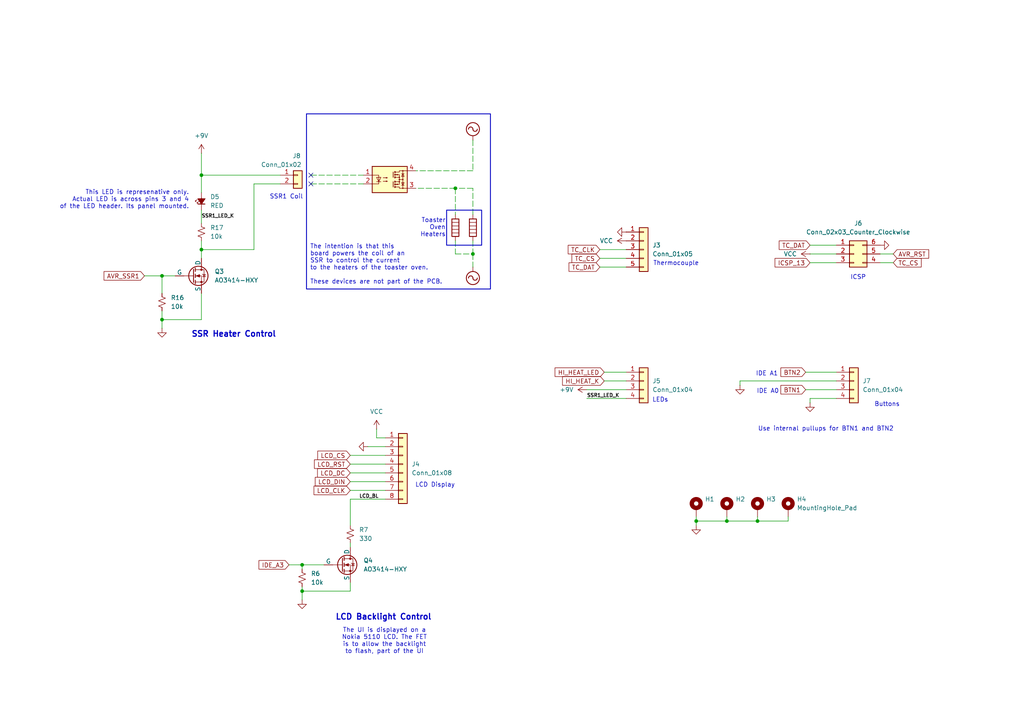
<source format=kicad_sch>
(kicad_sch (version 20250114) (generator "eeschema") (generator_version "9.0")
  (paper "A4")
  (lib_symbols
    (symbol "Connector_Generic:Conn_01x02" (pin_names (offset 1.016) (hide yes))
      (property "Reference" "J" (at 0 2.54 0))
      (property "Value" "Conn_01x02" (at 0 -5.08 0))
      (symbol "Conn_01x02_1_1"
        (rectangle (start -1.27 1.27) (end 1.27 -3.81) (stroke (width 0.254)) (fill (type background)))
        (rectangle (start -1.27 0.127) (end 0 -0.127) (stroke (width 0.1524)))
        (rectangle (start -1.27 -2.413) (end 0 -2.667) (stroke (width 0.1524)))
        (pin passive line (at -5.08 0 0) (length 3.81) (name "Pin_1") (number "1"))
        (pin passive line (at -5.08 -2.54 0) (length 3.81) (name "Pin_2") (number "2"))
      )
    )
    (symbol "Connector_Generic:Conn_01x04" (pin_names (offset 1.016) (hide yes))
      (property "Reference" "J" (at 0 5.08 0))
      (property "Value" "Conn_01x04" (at 0 -7.62 0))
      (symbol "Conn_01x04_1_1"
        (rectangle (start -1.27 3.81) (end 1.27 -6.35) (stroke (width 0.254)) (fill (type background)))
        (rectangle (start -1.27 2.667) (end 0 2.413) (stroke (width 0.1524)))
        (rectangle (start -1.27 0.127) (end 0 -0.127) (stroke (width 0.1524)))
        (rectangle (start -1.27 -2.413) (end 0 -2.667) (stroke (width 0.1524)))
        (rectangle (start -1.27 -4.953) (end 0 -5.207) (stroke (width 0.1524)))
        (pin passive line (at -5.08 2.54 0) (length 3.81) (name "Pin_1") (number "1"))
        (pin passive line (at -5.08 0 0) (length 3.81) (name "Pin_2") (number "2"))
        (pin passive line (at -5.08 -2.54 0) (length 3.81) (name "Pin_3") (number "3"))
        (pin passive line (at -5.08 -5.08 0) (length 3.81) (name "Pin_4") (number "4"))
      )
    )
    (symbol "Connector_Generic:Conn_01x05" (pin_names (offset 1.016) (hide yes))
      (property "Reference" "J" (at 0 7.62 0))
      (property "Value" "Conn_01x05" (at 0 -7.62 0))
      (symbol "Conn_01x05_1_1"
        (rectangle (start -1.27 6.35) (end 1.27 -6.35) (stroke (width 0.254)) (fill (type background)))
        (rectangle (start -1.27 5.207) (end 0 4.953) (stroke (width 0.1524)))
        (rectangle (start -1.27 2.667) (end 0 2.413) (stroke (width 0.1524)))
        (rectangle (start -1.27 0.127) (end 0 -0.127) (stroke (width 0.1524)))
        (rectangle (start -1.27 -2.413) (end 0 -2.667) (stroke (width 0.1524)))
        (rectangle (start -1.27 -4.953) (end 0 -5.207) (stroke (width 0.1524)))
        (pin passive line (at -5.08 5.08 0) (length 3.81) (name "Pin_1") (number "1"))
        (pin passive line (at -5.08 2.54 0) (length 3.81) (name "Pin_2") (number "2"))
        (pin passive line (at -5.08 0 0) (length 3.81) (name "Pin_3") (number "3"))
        (pin passive line (at -5.08 -2.54 0) (length 3.81) (name "Pin_4") (number "4"))
        (pin passive line (at -5.08 -5.08 0) (length 3.81) (name "Pin_5") (number "5"))
      )
    )
    (symbol "Connector_Generic:Conn_01x08" (pin_names (offset 1.016) (hide yes))
      (property "Reference" "J" (at 0 10.16 0))
      (property "Value" "Conn_01x08" (at 0 -12.7 0))
      (symbol "Conn_01x08_1_1"
        (rectangle (start -1.27 8.89) (end 1.27 -11.43) (stroke (width 0.254)) (fill (type background)))
        (rectangle (start -1.27 7.747) (end 0 7.493) (stroke (width 0.1524)))
        (rectangle (start -1.27 5.207) (end 0 4.953) (stroke (width 0.1524)))
        (rectangle (start -1.27 2.667) (end 0 2.413) (stroke (width 0.1524)))
        (rectangle (start -1.27 0.127) (end 0 -0.127) (stroke (width 0.1524)))
        (rectangle (start -1.27 -2.413) (end 0 -2.667) (stroke (width 0.1524)))
        (rectangle (start -1.27 -4.953) (end 0 -5.207) (stroke (width 0.1524)))
        (rectangle (start -1.27 -7.493) (end 0 -7.747) (stroke (width 0.1524)))
        (rectangle (start -1.27 -10.033) (end 0 -10.287) (stroke (width 0.1524)))
        (pin passive line (at -5.08 7.62 0) (length 3.81) (name "Pin_1") (number "1"))
        (pin passive line (at -5.08 5.08 0) (length 3.81) (name "Pin_2") (number "2"))
        (pin passive line (at -5.08 2.54 0) (length 3.81) (name "Pin_3") (number "3"))
        (pin passive line (at -5.08 0 0) (length 3.81) (name "Pin_4") (number "4"))
        (pin passive line (at -5.08 -2.54 0) (length 3.81) (name "Pin_5") (number "5"))
        (pin passive line (at -5.08 -5.08 0) (length 3.81) (name "Pin_6") (number "6"))
        (pin passive line (at -5.08 -7.62 0) (length 3.81) (name "Pin_7") (number "7"))
        (pin passive line (at -5.08 -10.16 0) (length 3.81) (name "Pin_8") (number "8"))
      )
    )
    (symbol "Connector_Generic:Conn_02x03_Counter_Clockwise" (pin_names (offset 1.016) (hide yes))
      (property "Reference" "J" (at 1.27 5.08 0))
      (property "Value" "Conn_02x03_Counter_Clockwise" (at 1.27 -5.08 0))
      (symbol "Conn_02x03_Counter_Clockwise_1_1"
        (rectangle (start -1.27 3.81) (end 3.81 -3.81) (stroke (width 0.254)) (fill (type background)))
        (rectangle (start -1.27 2.667) (end 0 2.413) (stroke (width 0.1524)))
        (rectangle (start -1.27 0.127) (end 0 -0.127) (stroke (width 0.1524)))
        (rectangle (start -1.27 -2.413) (end 0 -2.667) (stroke (width 0.1524)))
        (rectangle (start 3.81 2.667) (end 2.54 2.413) (stroke (width 0.1524)))
        (rectangle (start 3.81 0.127) (end 2.54 -0.127) (stroke (width 0.1524)))
        (rectangle (start 3.81 -2.413) (end 2.54 -2.667) (stroke (width 0.1524)))
        (pin passive line (at -5.08 2.54 0) (length 3.81) (name "Pin_1") (number "1"))
        (pin passive line (at -5.08 0 0) (length 3.81) (name "Pin_2") (number "2"))
        (pin passive line (at -5.08 -2.54 0) (length 3.81) (name "Pin_3") (number "3"))
        (pin passive line (at 7.62 2.54 180) (length 3.81) (name "Pin_6") (number "6"))
        (pin passive line (at 7.62 0 180) (length 3.81) (name "Pin_5") (number "5"))
        (pin passive line (at 7.62 -2.54 180) (length 3.81) (name "Pin_4") (number "4"))
      )
    )
    (symbol "Device:Heater" (pin_numbers (hide yes)) (pin_names (offset 0))
      (property "Reference" "R" (at 2.032 0 90))
      (property "Value" "Heater" (at -2.032 0 90))
      (symbol "Heater_0_1"
        (polyline (pts (xy -1.016 1.524) (xy 1.016 1.524)))
        (rectangle (start -1.016 -2.54) (end 1.016 2.54) (stroke (width 0.254)))
        (polyline (pts (xy 1.016 0.508) (xy -1.016 0.508)))
        (polyline (pts (xy 1.016 -0.508) (xy -1.016 -0.508)))
        (polyline (pts (xy 1.016 -1.524) (xy -1.016 -1.524)))
      )
      (symbol "Heater_1_1"
        (pin passive line (at 0 3.81 270) (length 1.27) (name "~") (number "1"))
        (pin passive line (at 0 -3.81 90) (length 1.27) (name "~") (number "2"))
      )
    )
    (symbol "Device:LED_Small_Filled" (pin_numbers (hide yes)) (pin_names (offset 0.254) (hide yes))
      (property "Reference" "D" (at -1.27 3.175 0))
      (property "Value" "LED_Small_Filled" (at -4.445 -2.54 0))
      (symbol "LED_Small_Filled_0_1"
        (polyline (pts (xy -0.762 -1.016) (xy -0.762 1.016)) (stroke (width 0.254)))
        (polyline (pts (xy 0 0.762) (xy -0.508 1.27) (xy -0.254 1.27) (xy -0.508 1.27) (xy -0.508 1.016)))
        (polyline (pts (xy 0.508 1.27) (xy 0 1.778) (xy 0.254 1.778) (xy 0 1.778) (xy 0 1.524)))
        (polyline (pts (xy 0.762 -1.016) (xy -0.762 0) (xy 0.762 1.016) (xy 0.762 -1.016)) (stroke (width 0.254)) (fill (type outline)))
        (polyline (pts (xy 1.016 0) (xy -0.762 0)))
      )
      (symbol "LED_Small_Filled_1_1"
        (pin passive line (at -2.54 0 0) (length 1.778) (name "K") (number "1"))
        (pin passive line (at 2.54 0 180) (length 1.778) (name "A") (number "2"))
      )
    )
    (symbol "Device:R_Small_US" (pin_numbers (hide yes)) (pin_names (offset 0.254) (hide yes))
      (property "Reference" "R" (at 0.762 0.508 0))
      (property "Value" "R_Small_US" (at 0.762 -1.016 0))
      (symbol "R_Small_US_1_1"
        (polyline (pts (xy 0 1.524) (xy 1.016 1.143) (xy 0 0.762) (xy -1.016 0.381) (xy 0 0)))
        (polyline (pts (xy 0 0) (xy 1.016 -0.381) (xy 0 -0.762) (xy -1.016 -1.143) (xy 0 -1.524)))
        (pin passive line (at 0 2.54 270) (length 1.016) (name "~") (number "1"))
        (pin passive line (at 0 -2.54 90) (length 1.016) (name "~") (number "2"))
      )
    )
    (symbol "Mechanical:MountingHole_Pad" (pin_numbers (hide yes)) (pin_names (offset 1.016) (hide yes)) (exclude_from_sim yes) (in_bom no)
      (property "Reference" "H" (at 0 6.35 0))
      (property "Value" "MountingHole_Pad" (at 0 4.445 0))
      (symbol "MountingHole_Pad_0_1"
        (circle (center 0 1.27) (radius 1.27) (stroke (width 1.27)))
      )
      (symbol "MountingHole_Pad_1_1"
        (pin input line (at 0 -2.54 90) (length 2.54) (name "1") (number "1"))
      )
    )
    (symbol "Relay_SolidState:CPC1017N"
      (symbol "CPC1017N_0_1"
        (rectangle (start -5.08 3.81) (end 5.08 -3.81) (stroke (width 0.254)) (fill (type background)))
        (polyline (pts (xy -5.08 1.27) (xy -3.175 1.27) (xy -3.175 -1.27) (xy -5.08 -1.27)))
        (polyline (pts (xy -3.81 -0.635) (xy -2.54 -0.635)))
        (polyline (pts (xy -3.175 -0.635) (xy -3.81 0.635) (xy -2.54 0.635) (xy -3.175 -0.635)))
        (polyline (pts (xy -1.905 0.508) (xy -0.635 0.508) (xy -1.016 0.381) (xy -1.016 0.635) (xy -0.635 0.508)))
        (polyline (pts (xy -1.905 -0.508) (xy -0.635 -0.508) (xy -1.016 -0.635) (xy -1.016 -0.381) (xy -0.635 -0.508)))
        (polyline (pts (xy 1.016 2.159) (xy 1.016 0.635)) (stroke (width 0.2032)))
        (polyline (pts (xy 1.016 -0.635) (xy 1.016 -2.159)) (stroke (width 0.2032)))
        (polyline (pts (xy 1.524 2.286) (xy 1.524 2.032) (xy 1.524 2.032)) (stroke (width 0.3556)))
        (polyline (pts (xy 1.524 1.524) (xy 1.524 1.27) (xy 1.524 1.27)) (stroke (width 0.3556)))
        (polyline (pts (xy 1.524 0.762) (xy 1.524 0.508) (xy 1.524 0.508)) (stroke (width 0.3556)))
        (polyline (pts (xy 1.524 -0.508) (xy 1.524 -0.762)) (stroke (width 0.3556)))
        (polyline (pts (xy 1.524 -1.27) (xy 1.524 -1.524) (xy 1.524 -1.524)) (stroke (width 0.3556)))
        (polyline (pts (xy 1.524 -2.032) (xy 1.524 -2.286) (xy 1.524 -2.286)) (stroke (width 0.3556)))
        (polyline (pts (xy 1.651 2.159) (xy 2.794 2.159) (xy 2.794 2.54) (xy 5.08 2.54)))
        (polyline (pts (xy 1.651 1.397) (xy 2.794 1.397) (xy 2.794 0.635)))
        (polyline (pts (xy 1.651 -0.635) (xy 2.794 -0.635) (xy 2.794 0.635) (xy 1.651 0.635)))
        (polyline (pts (xy 1.651 -1.397) (xy 2.794 -1.397) (xy 2.794 -0.635)))
        (polyline (pts (xy 1.651 -2.159) (xy 2.794 -2.159) (xy 2.794 -2.54) (xy 5.08 -2.54)))
        (polyline (pts (xy 1.778 1.397) (xy 2.286 1.524) (xy 2.286 1.27) (xy 1.778 1.397)))
        (polyline (pts (xy 1.778 -1.397) (xy 2.286 -1.27) (xy 2.286 -1.524) (xy 1.778 -1.397)))
        (circle (center 2.794 0.635) (radius 0.127))
        (polyline (pts (xy 2.794 0) (xy 3.81 0)))
        (circle (center 2.794 0) (radius 0.127))
        (circle (center 2.794 -0.635) (radius 0.127))
        (polyline (pts (xy 3.429 1.651) (xy 4.191 1.651)))
        (polyline (pts (xy 3.429 -1.651) (xy 4.191 -1.651)))
        (circle (center 3.81 2.54) (radius 0.127))
        (polyline (pts (xy 3.81 1.651) (xy 3.429 0.889) (xy 4.191 0.889) (xy 3.81 1.651)))
        (circle (center 3.81 0) (radius 0.127))
        (polyline (pts (xy 3.81 -1.651) (xy 3.429 -0.889) (xy 4.191 -0.889) (xy 3.81 -1.651)))
        (polyline (pts (xy 3.81 -2.54) (xy 3.81 2.54)))
        (circle (center 3.81 -2.54) (radius 0.127))
      )
      (symbol "CPC1017N_1_1"
        (pin passive line (at -7.62 1.27 0) (length 2.54) (name "~") (number "1"))
        (pin passive line (at -7.62 -1.27 0) (length 2.54) (name "~") (number "2"))
        (pin passive line (at 7.62 2.54 180) (length 2.54) (name "~") (number "4"))
        (pin passive line (at 7.62 -2.54 180) (length 2.54) (name "~") (number "3"))
      )
    )
    (symbol "Simulation_SPICE:NMOS" (pin_numbers (hide yes)) (pin_names (offset 0))
      (property "Reference" "Q" (at 5.08 1.27 0))
      (property "Value" "NMOS" (at 5.08 -1.27 0))
      (symbol "NMOS_0_1"
        (polyline (pts (xy 0.254 1.905) (xy 0.254 -1.905)) (stroke (width 0.254)))
        (polyline (pts (xy 0.254 0) (xy -2.54 0)))
        (polyline (pts (xy 0.762 2.286) (xy 0.762 1.27)) (stroke (width 0.254)))
        (polyline (pts (xy 0.762 0.508) (xy 0.762 -0.508)) (stroke (width 0.254)))
        (polyline (pts (xy 0.762 -1.27) (xy 0.762 -2.286)) (stroke (width 0.254)))
        (polyline (pts (xy 0.762 -1.778) (xy 3.302 -1.778) (xy 3.302 1.778) (xy 0.762 1.778)))
        (polyline (pts (xy 1.016 0) (xy 2.032 0.381) (xy 2.032 -0.381) (xy 1.016 0)) (fill (type outline)))
        (circle (center 1.651 0) (radius 2.794) (stroke (width 0.254)))
        (polyline (pts (xy 2.54 2.54) (xy 2.54 1.778)))
        (circle (center 2.54 1.778) (radius 0.254) (fill (type outline)))
        (circle (center 2.54 -1.778) (radius 0.254) (fill (type outline)))
        (polyline (pts (xy 2.54 -2.54) (xy 2.54 0) (xy 0.762 0)))
        (polyline (pts (xy 2.794 0.508) (xy 2.921 0.381) (xy 3.683 0.381) (xy 3.81 0.254)))
        (polyline (pts (xy 3.302 0.381) (xy 2.921 -0.254) (xy 3.683 -0.254) (xy 3.302 0.381)))
      )
      (symbol "NMOS_1_1"
        (pin input line (at -5.08 0 0) (length 2.54) (name "G") (number "2"))
        (pin passive line (at 2.54 5.08 270) (length 2.54) (name "D") (number "1"))
        (pin passive line (at 2.54 -5.08 90) (length 2.54) (name "S") (number "3"))
      )
    )
    (symbol "power:+9V" (power) (pin_numbers (hide yes)) (pin_names (offset 0) (hide yes))
      (property "Value" "+9V" (at 0 3.556 0))
      (symbol "+9V_0_1"
        (polyline (pts (xy -0.762 1.27) (xy 0 2.54)))
        (polyline (pts (xy 0 2.54) (xy 0.762 1.27)))
        (polyline (pts (xy 0 0) (xy 0 2.54)))
      )
      (symbol "+9V_1_1"
        (pin power_in line (at 0 0 90) (length 0) (name "~") (number "1"))
      )
    )
    (symbol "power:AC" (power) (pin_numbers (hide yes)) (pin_names (offset 0) (hide yes))
      (property "Value" "AC" (at 0 6.35 0))
      (symbol "AC_0_1"
        (arc (start -1.27 3.175) (mid -0.635 3.8073) (end 0 3.175) (stroke (width 0.254)))
        (circle (center 0 3.175) (radius 1.905) (stroke (width 0.254)))
        (polyline (pts (xy 0 0) (xy 0 1.27)))
        (arc (start 1.27 3.175) (mid 0.635 2.5427) (end 0 3.175) (stroke (width 0.254)))
      )
      (symbol "AC_1_1"
        (pin power_in line (at 0 0 90) (length 0) (name "~") (number "1"))
      )
    )
    (symbol "power:GND" (power) (pin_numbers (hide yes)) (pin_names (offset 0) (hide yes))
      (property "Value" "GND" (at 0 -3.81 0))
      (symbol "GND_0_1"
        (polyline (pts (xy 0 0) (xy 0 -1.27) (xy 1.27 -1.27) (xy 0 -2.54) (xy -1.27 -1.27) (xy 0 -1.27)))
      )
      (symbol "GND_1_1"
        (pin power_in line (at 0 0 270) (length 0) (name "~") (number "1"))
      )
    )
    (symbol "power:VCC" (power) (pin_numbers (hide yes)) (pin_names (offset 0) (hide yes))
      (property "Value" "VCC" (at 0 3.556 0))
      (symbol "VCC_0_1"
        (polyline (pts (xy -0.762 1.27) (xy 0 2.54)))
        (polyline (pts (xy 0 2.54) (xy 0.762 1.27)))
        (polyline (pts (xy 0 0) (xy 0 2.54)))
      )
      (symbol "VCC_1_1"
        (pin power_in line (at 0 0 90) (length 0) (name "~") (number "1"))
      )
    )
  )
  (rectangle (start 88.9 33.02) (end 142.24 83.82) (stroke (width 0.254)))
  (rectangle (start 129.54 60.96) (end 139.7 71.12) (stroke (width 0.254)))
  (text "LEDs" (at 191.516 116.078 0) (effects (font (size 1.27 1.27))))
  (text "SSR1 Coil" (at 83.058 57.15 0) (effects (font (size 1.27 1.27))))
  (text "IDE A1" (at 219.202 108.458 0) (effects (font (size 1.27 1.27)) (justify left)))
  (text "SSR Heater Control" (at 67.818 97.028 0) (effects (font (size 1.651 1.651) (thickness 0.3302) (bold yes))))
  (text "Use internal pullups for BTN1 and BTN2" (at 239.522 124.46 0) (effects (font (size 1.27 1.27))))
  (text "LCD Display" (at 126.1975 140.7414 0) (effects (font (size 1.27 1.27))))
  (text "Buttons" (at 257.302 117.348 0) (effects (font (size 1.27 1.27))))
  (text "IDE A0" (at 219.456 113.538 0) (effects (font (size 1.27 1.27)) (justify left)))
  (text "This LED is represenative only.\nActual LED is across pins 3 and 4\nof the LED header. Its panel mounted." (at 54.864 57.912 0) (effects (font (size 1.27 1.27)) (justify right)))
  (text "LCD Backlight Control" (at 111.252 179.07 0) (effects (font (size 1.651 1.651) (thickness 0.3302) (bold yes))))
  (text "ICSP" (at 248.92 80.518 0) (effects (font (size 1.27 1.27))))
  (text "Toaster\nOven\nHeaters" (at 129.286 66.04 0) (effects (font (size 1.27 1.27)) (justify right)))
  (text "The UI is displayed on a\nNokia 5110 LCD. The FET\nis to allow the backlight\nto flash, part of the UI" (at 111.506 185.928 0) (effects (font (size 1.27 1.27))))
  (text "The intention is that this\nboard powers the coil of an\nSSR to control the current\nto the heaters of the toaster oven.\n\nThese devices are not part of the PCB." (at 89.916 76.708 0) (effects (font (size 1.27 1.27)) (justify left)))
  (text "Thermocouple" (at 196.088 76.454 0) (effects (font (size 1.27 1.27))))
  (junction (at 219.71 151.13))
  (junction (at 87.63 171.45))
  (junction (at 58.42 72.39))
  (junction (at 201.93 151.13))
  (junction (at 87.63 163.83))
  (junction (at 137.16 73.66))
  (junction (at 210.82 151.13))
  (junction (at 46.99 80.01))
  (junction (at 46.99 92.71))
  (junction (at 58.42 50.8))
  (junction (at 132.08 54.61))
  (no_connect (at 90.17 53.34))
  (no_connect (at 90.17 50.8))
  (wire (pts (xy 219.71 151.13) (xy 210.82 151.13)))
  (wire (pts (xy 101.6 144.78) (xy 101.6 152.4)))
  (wire (pts (xy 201.93 151.13) (xy 201.93 149.86)))
  (wire (pts (xy 101.6 132.08) (xy 111.76 132.08)))
  (wire (pts (xy 46.99 92.71) (xy 58.42 92.71)))
  (wire (pts (xy 242.57 110.49) (xy 214.63 110.49)))
  (wire (pts (xy 233.68 107.95) (xy 242.57 107.95)))
  (wire (pts (xy 87.63 163.83) (xy 93.98 163.83)))
  (wire (pts (xy 101.6 168.91) (xy 101.6 171.45)))
  (wire (pts (xy 214.63 110.49) (xy 214.63 111.76)))
  (wire (pts (xy 101.6 137.16) (xy 111.76 137.16)))
  (wire (pts (xy 58.42 44.45) (xy 58.42 50.8)))
  (wire (pts (xy 87.63 163.83) (xy 87.63 165.1)))
  (wire (pts (xy 101.6 171.45) (xy 87.63 171.45)))
  (wire (pts (xy 210.82 149.86) (xy 210.82 151.13)))
  (wire (pts (xy 46.99 80.01) (xy 46.99 85.09)))
  (wire (pts (xy 242.57 115.57) (xy 234.95 115.57)))
  (wire (pts (xy 87.63 171.45) (xy 87.63 173.99)))
  (wire (pts (xy 228.6 151.13) (xy 219.71 151.13)))
  (wire (pts (xy 101.6 139.7) (xy 111.76 139.7)))
  (wire (pts (xy 58.42 60.96) (xy 58.42 64.77)))
  (wire (pts (xy 132.08 54.61) (xy 132.08 62.23)) (stroke (width 0) (type dash)))
  (wire (pts (xy 170.18 115.57) (xy 181.61 115.57)))
  (wire (pts (xy 173.99 72.39) (xy 181.61 72.39)))
  (wire (pts (xy 90.17 53.34) (xy 105.41 53.34)) (stroke (width 0) (type dash)))
  (wire (pts (xy 106.68 129.54) (xy 111.76 129.54)))
  (wire (pts (xy 234.95 76.2) (xy 242.57 76.2)))
  (wire (pts (xy 87.63 170.18) (xy 87.63 171.45)))
  (wire (pts (xy 234.95 73.66) (xy 242.57 73.66)))
  (wire (pts (xy 58.42 69.85) (xy 58.42 72.39)))
  (wire (pts (xy 219.71 149.86) (xy 219.71 151.13)))
  (wire (pts (xy 175.26 110.49) (xy 181.61 110.49)))
  (wire (pts (xy 234.95 115.57) (xy 234.95 116.84)))
  (wire (pts (xy 137.16 69.85) (xy 137.16 73.66)) (stroke (width 0) (type dash)))
  (wire (pts (xy 210.82 151.13) (xy 201.93 151.13)))
  (wire (pts (xy 58.42 50.8) (xy 58.42 55.88)))
  (wire (pts (xy 201.93 151.13) (xy 201.93 152.4)))
  (wire (pts (xy 58.42 85.09) (xy 58.42 92.71)))
  (wire (pts (xy 137.16 62.23) (xy 137.16 54.61)) (stroke (width 0) (type dash)))
  (wire (pts (xy 46.99 90.17) (xy 46.99 92.71)))
  (wire (pts (xy 46.99 92.71) (xy 46.99 95.25)))
  (wire (pts (xy 58.42 72.39) (xy 58.42 74.93)))
  (wire (pts (xy 175.26 107.95) (xy 181.61 107.95)))
  (wire (pts (xy 173.99 77.47) (xy 181.61 77.47)))
  (wire (pts (xy 90.17 50.8) (xy 105.41 50.8)) (stroke (width 0) (type dash)))
  (wire (pts (xy 101.6 142.24) (xy 111.76 142.24)))
  (wire (pts (xy 255.27 76.2) (xy 259.08 76.2)))
  (wire (pts (xy 132.08 73.66) (xy 137.16 73.66)) (stroke (width 0) (type dash)))
  (wire (pts (xy 137.16 49.53) (xy 120.65 49.53)) (stroke (width 0) (type dash)))
  (wire (pts (xy 137.16 54.61) (xy 132.08 54.61)) (stroke (width 0) (type dash)))
  (wire (pts (xy 83.82 163.83) (xy 87.63 163.83)))
  (wire (pts (xy 234.95 71.12) (xy 242.57 71.12)))
  (wire (pts (xy 170.18 113.03) (xy 181.61 113.03)))
  (wire (pts (xy 228.6 149.86) (xy 228.6 151.13)))
  (wire (pts (xy 255.27 73.66) (xy 259.08 73.66)))
  (wire (pts (xy 101.6 157.48) (xy 101.6 158.75)))
  (wire (pts (xy 73.66 72.39) (xy 58.42 72.39)))
  (wire (pts (xy 81.28 53.34) (xy 73.66 53.34)))
  (wire (pts (xy 41.91 80.01) (xy 46.99 80.01)))
  (wire (pts (xy 137.16 73.66) (xy 137.16 77.47)) (stroke (width 0) (type dash)))
  (wire (pts (xy 137.16 40.64) (xy 137.16 49.53)) (stroke (width 0) (type dash)))
  (wire (pts (xy 101.6 134.62) (xy 111.76 134.62)))
  (wire (pts (xy 111.76 127) (xy 109.22 127)))
  (wire (pts (xy 233.68 113.03) (xy 242.57 113.03)))
  (wire (pts (xy 173.99 74.93) (xy 181.61 74.93)))
  (wire (pts (xy 132.08 69.85) (xy 132.08 73.66)) (stroke (width 0) (type dash)))
  (wire (pts (xy 73.66 53.34) (xy 73.66 72.39)))
  (wire (pts (xy 109.22 127) (xy 109.22 124.46)))
  (wire (pts (xy 101.6 144.78) (xy 111.76 144.78)))
  (wire (pts (xy 132.08 54.61) (xy 120.65 54.61)) (stroke (width 0) (type dash)))
  (wire (pts (xy 81.28 50.8) (xy 58.42 50.8)))
  (wire (pts (xy 50.8 80.01) (xy 46.99 80.01)))
  (label "LCD_BL" (at 104.14 144.78 0) (effects (font (size 1.016 1.016) (thickness 0.2032) (bold yes))))
  (label "SSR1_LED_K" (at 170.18 115.57 0) (effects (font (size 1.016 1.016) (thickness 0.2032) (bold yes))))
  (label "SSR1_LED_K" (at 58.42 63.5 0) (effects (font (size 1.016 1.016) (thickness 0.2032) (bold yes))))
  (global_label "ICSP_13" (shape input) (at 234.95 76.2 180) (property "Intersheetrefs" "${INTERSHEET_REFS}" (effects (hide yes))))
  (global_label "TC_DAT" (shape input) (at 234.95 71.12 180) (property "Intersheetrefs" "${INTERSHEET_REFS}" (effects (hide yes))))
  (global_label "BTN2" (shape input) (at 233.68 107.95 180) (property "Intersheetrefs" "${INTERSHEET_REFS}" (effects (hide yes))))
  (global_label "LCD_DIN" (shape input) (at 101.6 139.7 180) (property "Intersheetrefs" "${INTERSHEET_REFS}" (effects (hide yes))))
  (global_label "LCD_CLK" (shape input) (at 101.6 142.24 180) (property "Intersheetrefs" "${INTERSHEET_REFS}" (effects (hide yes))))
  (global_label "HI_HEAT_LED" (shape input) (at 175.26 107.95 180) (property "Intersheetrefs" "${INTERSHEET_REFS}" (effects (hide yes))))
  (global_label "BTN1" (shape input) (at 233.68 113.03 180) (property "Intersheetrefs" "${INTERSHEET_REFS}" (effects (hide yes))))
  (global_label "HI_HEAT_K" (shape input) (at 175.26 110.49 180) (property "Intersheetrefs" "${INTERSHEET_REFS}" (effects (hide yes))))
  (global_label "IDE_A3" (shape input) (at 83.82 163.83 180) (property "Intersheetrefs" "${INTERSHEET_REFS}" (effects (hide yes))))
  (global_label "TC_CS" (shape input) (at 259.08 76.2 0) (property "Intersheetrefs" "${INTERSHEET_REFS}" (effects (hide yes))))
  (global_label "LCD_CS" (shape input) (at 101.6 132.08 180) (property "Intersheetrefs" "${INTERSHEET_REFS}" (effects (hide yes))))
  (global_label "LCD_DC" (shape input) (at 101.6 137.16 180) (property "Intersheetrefs" "${INTERSHEET_REFS}" (effects (hide yes))))
  (global_label "TC_CLK" (shape input) (at 173.99 72.39 180) (property "Intersheetrefs" "${INTERSHEET_REFS}" (effects (hide yes))))
  (global_label "AVR_SSR1" (shape input) (at 41.91 80.01 180) (property "Intersheetrefs" "${INTERSHEET_REFS}" (effects (hide yes))))
  (global_label "TC_CS" (shape input) (at 173.99 74.93 180) (property "Intersheetrefs" "${INTERSHEET_REFS}" (effects (hide yes))))
  (global_label "LCD_RST" (shape input) (at 101.6 134.62 180) (property "Intersheetrefs" "${INTERSHEET_REFS}" (effects (hide yes))))
  (global_label "AVR_RST" (shape input) (at 259.08 73.66 0) (property "Intersheetrefs" "${INTERSHEET_REFS}" (effects (hide yes))))
  (global_label "TC_DAT" (shape input) (at 173.99 77.47 180) (property "Intersheetrefs" "${INTERSHEET_REFS}" (effects (hide yes))))
  (symbol (lib_id "Simulation_SPICE:NMOS") (at 99.06 163.83 0) (unit 1)
    (property "Reference" "Q4" (at 105.41 162.5599 0) (effects (justify left)))
    (property "Value" "AO3414-HXY" (at 105.41 165.0999 0) (effects (justify left)))
    (property "Footprint" "Package_TO_SOT_SMD:SOT-23" (effects (hide yes)))
    (property "Datasheet" "https://ngspice.sourceforge.io/docs/ngspice-html-manual/manual.xhtml#cha_MOSFETs" (effects (hide yes)))
    (property "Description" "N-MOSFET transistor, drain/source/gate" (effects (hide yes)))
    (property "Sim.Device" "NMOS" (effects (hide yes)))
    (property "Sim.Type" "VDMOS" (effects (hide yes)))
    (property "Sim.Pins" "1=D 2=G 3=S" (effects (hide yes)))
  )
  (symbol (lib_id "power:GND") (at 46.99 95.25 0) (unit 1)
    (property "Reference" "#PWR031" (effects (hide yes)))
    (property "Value" "GND" (effects (hide yes)))
    (property "Description" "Power symbol creates a global label with name \"GND\" , ground" (effects (hide yes)))
  )
  (symbol (lib_id "Connector_Generic:Conn_01x05") (at 186.69 72.39 0) (unit 1)
    (property "Reference" "J3" (at 189.23 71.1199 0) (effects (justify left)))
    (property "Value" "Conn_01x05" (at 189.23 73.6599 0) (effects (justify left)))
    (property "Footprint" "Connector_JST:JST_XH_B5B-XH-A_1x05_P2.50mm_Vertical" (effects (hide yes)))
    (property "Description" "Generic connector, single row, 01x05, script generated (kicad-library-utils/schlib/autogen/connector/)" (effects (hide yes)))
  )
  (symbol (lib_id "power:GND") (at 234.95 116.84 0) (unit 1)
    (property "Reference" "#PWR034" (effects (hide yes)))
    (property "Value" "GND" (effects (hide yes)))
    (property "Description" "Power symbol creates a global label with name \"GND\" , ground" (effects (hide yes)))
  )
  (symbol (lib_id "Device:Heater") (at 137.16 66.04 0) (unit 1) (in_bom no) (on_board no)
    (property "Reference" "R1000" (effects (hide yes)))
    (property "Value" "Toaster Oven" (effects (hide yes)))
    (property "Description" "Resistive heater" (effects (hide yes)))
  )
  (symbol (lib_id "Connector_Generic:Conn_01x04") (at 186.69 110.49 0) (unit 1)
    (property "Reference" "J5" (at 189.23 110.4899 0) (effects (justify left)))
    (property "Value" "Conn_01x04" (at 189.23 113.0299 0) (effects (justify left)))
    (property "Footprint" "Connector_JST:JST_PH_B4B-PH-K_1x04_P2.00mm_Vertical" (effects (hide yes)))
    (property "Description" "Generic connector, single row, 01x04, script generated (kicad-library-utils/schlib/autogen/connector/)" (effects (hide yes)))
  )
  (symbol (lib_id "Device:Heater") (at 132.08 66.04 0) (mirror y) (unit 1) (in_bom no) (on_board no)
    (property "Reference" "R1001" (effects (hide yes)))
    (property "Value" "Toaster Oven" (effects (hide yes)))
    (property "Description" "Resistive heater" (effects (hide yes)))
  )
  (symbol (lib_id "Relay_SolidState:CPC1017N") (at 113.03 52.07 0) (unit 1) (in_bom no) (on_board no)
    (property "Reference" "U1000" (effects (hide yes)))
    (property "Value" "CPC1017N" (effects (hide yes)))
    (property "Footprint" "Package_SO:SOP-4_3.8x4.1mm_P2.54mm" (effects (hide yes)))
    (property "Datasheet" "http://www.ixysic.com/home/pdfs.nsf/www/CPC1017N.pdf/$file/CPC1017N.pdf" (effects (hide yes)))
    (property "Description" "Form A, Solid State Relay (Photo MOSFET) 60V, 0.1A, 16Ohm, SO-4" (effects (hide yes)))
  )
  (symbol (lib_id "Device:R_Small_US") (at 58.42 67.31 0) (unit 1)
    (property "Reference" "R17" (at 60.96 66.0399 0) (effects (justify left)))
    (property "Value" "10k" (at 60.96 68.5799 0) (effects (justify left)))
    (property "Footprint" "Resistor_SMD:R_0402_1005Metric" (effects (hide yes)))
    (property "Description" "Resistor, small US symbol" (effects (hide yes)))
  )
  (symbol (lib_id "Device:R_Small_US") (at 87.63 167.64 0) (unit 1)
    (property "Reference" "R6" (at 90.17 166.3699 0) (effects (justify left)))
    (property "Value" "10k" (at 90.17 168.9099 0) (effects (justify left)))
    (property "Footprint" "Resistor_SMD:R_0402_1005Metric" (effects (hide yes)))
    (property "Description" "Resistor, small US symbol" (effects (hide yes)))
  )
  (symbol (lib_id "Connector_Generic:Conn_01x02") (at 86.36 50.8 0) (unit 1)
    (property "Reference" "J8" (at 84.836 45.212 0) (effects (justify left)))
    (property "Value" "Conn_01x02" (at 75.692 47.752 0) (effects (justify left)))
    (property "Footprint" "TerminalBlock_Phoenix:TerminalBlock_Phoenix_MKDS-1,5-2-5.08_1x02_P5.08mm_Horizontal" (effects (hide yes)))
    (property "Description" "Generic connector, single row, 01x02, script generated (kicad-library-utils/schlib/autogen/connector/)" (effects (hide yes)))
  )
  (symbol (lib_id "power:GND") (at 181.61 67.31 270) (unit 1)
    (property "Reference" "#PWR017" (effects (hide yes)))
    (property "Value" "GND" (effects (hide yes)))
    (property "Description" "Power symbol creates a global label with name \"GND\" , ground" (effects (hide yes)))
  )
  (symbol (lib_id "power:AC") (at 137.16 40.64 0) (unit 1) (in_bom no) (on_board no)
    (property "Reference" "#PWR01038" (effects (hide yes)))
    (property "Value" "AC" (effects (hide yes)))
    (property "Description" "Power symbol creates a global label with name \"AC\"" (effects (hide yes)))
  )
  (symbol (lib_id "power:VCC") (at 109.22 124.46 0) (unit 1)
    (property "Reference" "#PWR044" (effects (hide yes)))
    (property "Value" "VCC" (at 109.22 119.38 0))
    (property "Description" "Power symbol creates a global label with name \"VCC\"" (effects (hide yes)))
  )
  (symbol (lib_id "power:GND") (at 106.68 129.54 270) (unit 1)
    (property "Reference" "#PWR020" (effects (hide yes)))
    (property "Value" "GND" (effects (hide yes)))
    (property "Description" "Power symbol creates a global label with name \"GND\" , ground" (effects (hide yes)))
  )
  (symbol (lib_id "Connector_Generic:Conn_02x03_Counter_Clockwise") (at 247.65 73.66 0) (unit 1)
    (property "Reference" "J6" (at 248.92 64.77 0))
    (property "Value" "Conn_02x03_Counter_Clockwise" (at 248.92 67.31 0))
    (property "Footprint" "Connector_PinHeader_2.54mm:PinHeader_2x03_P2.54mm_Vertical" (effects (hide yes)))
    (property "Description" "Generic connector, double row, 02x03, counter clockwise pin numbering scheme (similar to DIP package numbering), script generated (kicad-library-utils/schlib/autogen/connector/)" (effects (hide yes)))
  )
  (symbol (lib_id "power:VCC") (at 181.61 69.85 90) (unit 1)
    (property "Reference" "#PWR045" (effects (hide yes)))
    (property "Value" "VCC" (at 177.8 69.8499 90) (effects (justify left)))
    (property "Description" "Power symbol creates a global label with name \"VCC\"" (effects (hide yes)))
  )
  (symbol (lib_id "Mechanical:MountingHole_Pad") (at 201.93 147.32 0) (unit 1) (exclude_from_sim yes) (in_bom no)
    (property "Reference" "H1" (at 204.47 144.7799 0) (effects (justify left)))
    (property "Value" "MountingHole_Pad" (effects (hide yes)))
    (property "Footprint" "MountingHole:MountingHole_2.2mm_M2_Pad" (effects (hide yes)))
    (property "Description" "Mounting Hole with connection" (effects (hide yes)))
  )
  (symbol (lib_id "power:GND") (at 255.27 71.12 90) (unit 1)
    (property "Reference" "#PWR029" (effects (hide yes)))
    (property "Value" "GND" (effects (hide yes)))
    (property "Description" "Power symbol creates a global label with name \"GND\" , ground" (effects (hide yes)))
  )
  (symbol (lib_id "Connector_Generic:Conn_01x04") (at 247.65 110.49 0) (unit 1)
    (property "Reference" "J7" (at 250.19 110.4899 0) (effects (justify left)))
    (property "Value" "Conn_01x04" (at 250.19 113.0299 0) (effects (justify left)))
    (property "Footprint" "Connector_JST:JST_PH_B4B-PH-K_1x04_P2.00mm_Vertical" (effects (hide yes)))
    (property "Description" "Generic connector, single row, 01x04, script generated (kicad-library-utils/schlib/autogen/connector/)" (effects (hide yes)))
  )
  (symbol (lib_id "Device:LED_Small_Filled") (at 58.42 58.42 90) (unit 1) (in_bom no) (on_board no)
    (property "Reference" "D5" (at 60.96 57.0864 90) (effects (justify right)))
    (property "Value" "RED" (at 60.96 59.6264 90) (effects (justify right)))
    (property "Footprint" "Connector_JST:JST_PH_B2B-PH-K_1x02_P2.00mm_Vertical" (effects (hide yes)))
    (property "Description" "Light emitting diode, small symbol, filled shape" (effects (hide yes)))
  )
  (symbol (lib_id "power:+9V") (at 58.42 44.45 0) (unit 1)
    (property "Reference" "#PWR033" (effects (hide yes)))
    (property "Value" "+9V" (at 58.42 39.37 0))
    (property "Description" "Power symbol creates a global label with name \"+9V\"" (effects (hide yes)))
  )
  (symbol (lib_id "power:AC") (at 137.16 77.47 180) (unit 1) (in_bom no) (on_board no)
    (property "Reference" "#PWR01039" (effects (hide yes)))
    (property "Value" "AC" (effects (hide yes)))
    (property "Description" "Power symbol creates a global label with name \"AC\"" (effects (hide yes)))
  )
  (symbol (lib_id "Simulation_SPICE:NMOS") (at 55.88 80.01 0) (unit 1)
    (property "Reference" "Q3" (at 62.23 78.7399 0) (effects (justify left)))
    (property "Value" "AO3414-HXY" (at 62.23 81.2799 0) (effects (justify left)))
    (property "Footprint" "Package_TO_SOT_SMD:SOT-23" (effects (hide yes)))
    (property "Datasheet" "https://ngspice.sourceforge.io/docs/ngspice-html-manual/manual.xhtml#cha_MOSFETs" (effects (hide yes)))
    (property "Description" "N-MOSFET transistor, drain/source/gate" (effects (hide yes)))
    (property "Sim.Device" "NMOS" (effects (hide yes)))
    (property "Sim.Type" "VDMOS" (effects (hide yes)))
    (property "Sim.Pins" "1=D 2=G 3=S" (effects (hide yes)))
  )
  (symbol (lib_id "Device:R_Small_US") (at 46.99 87.63 0) (unit 1)
    (property "Reference" "R16" (at 49.53 86.3599 0) (effects (justify left)))
    (property "Value" "10k" (at 49.53 88.8999 0) (effects (justify left)))
    (property "Footprint" "Resistor_SMD:R_0402_1005Metric" (effects (hide yes)))
    (property "Description" "Resistor, small US symbol" (effects (hide yes)))
  )
  (symbol (lib_id "Connector_Generic:Conn_01x08") (at 116.84 134.62 0) (unit 1)
    (property "Reference" "J4" (at 119.38 134.6199 0) (effects (justify left)))
    (property "Value" "Conn_01x08" (at 119.38 137.1599 0) (effects (justify left)))
    (property "Footprint" "Connector_JST:JST_XH_B8B-XH-A_1x08_P2.50mm_Vertical" (effects (hide yes)))
    (property "Description" "Generic connector, single row, 01x08, script generated (kicad-library-utils/schlib/autogen/connector/)" (effects (hide yes)))
  )
  (symbol (lib_id "power:GND") (at 214.63 111.76 0) (unit 1)
    (property "Reference" "#PWR032" (effects (hide yes)))
    (property "Value" "GND" (effects (hide yes)))
    (property "Description" "Power symbol creates a global label with name \"GND\" , ground" (effects (hide yes)))
  )
  (symbol (lib_id "Device:R_Small_US") (at 101.6 154.94 0) (unit 1)
    (property "Reference" "R7" (at 104.14 153.6699 0) (effects (justify left)))
    (property "Value" "330" (at 104.14 156.2099 0) (effects (justify left)))
    (property "Footprint" "Resistor_SMD:R_0402_1005Metric" (effects (hide yes)))
    (property "Description" "Resistor, small US symbol" (effects (hide yes)))
  )
  (symbol (lib_id "power:VCC") (at 234.95 73.66 90) (unit 1)
    (property "Reference" "#PWR046" (effects (hide yes)))
    (property "Value" "VCC" (at 231.14 73.6599 90) (effects (justify left)))
    (property "Description" "Power symbol creates a global label with name \"VCC\"" (effects (hide yes)))
  )
  (symbol (lib_id "Mechanical:MountingHole_Pad") (at 210.82 147.32 0) (unit 1) (exclude_from_sim yes) (in_bom no)
    (property "Reference" "H2" (at 213.36 144.7799 0) (effects (justify left)))
    (property "Value" "MountingHole_Pad" (effects (hide yes)))
    (property "Footprint" "MountingHole:MountingHole_2.2mm_M2_Pad" (effects (hide yes)))
    (property "Description" "Mounting Hole with connection" (effects (hide yes)))
  )
  (symbol (lib_id "Mechanical:MountingHole_Pad") (at 219.71 147.32 0) (unit 1) (exclude_from_sim yes) (in_bom no)
    (property "Reference" "H3" (at 222.25 144.7799 0) (effects (justify left)))
    (property "Value" "MountingHole_Pad" (effects (hide yes)))
    (property "Footprint" "MountingHole:MountingHole_2.2mm_M2_Pad" (effects (hide yes)))
    (property "Description" "Mounting Hole with connection" (effects (hide yes)))
  )
  (symbol (lib_id "power:GND") (at 87.63 173.99 0) (unit 1)
    (property "Reference" "#PWR014" (effects (hide yes)))
    (property "Value" "GND" (effects (hide yes)))
    (property "Description" "Power symbol creates a global label with name \"GND\" , ground" (effects (hide yes)))
  )
  (symbol (lib_id "power:GND") (at 201.93 152.4 0) (unit 1)
    (property "Reference" "#PWR023" (effects (hide yes)))
    (property "Value" "GND" (effects (hide yes)))
    (property "Description" "Power symbol creates a global label with name \"GND\" , ground" (effects (hide yes)))
  )
  (symbol (lib_id "Mechanical:MountingHole_Pad") (at 228.6 147.32 0) (unit 1) (exclude_from_sim yes) (in_bom no)
    (property "Reference" "H4" (at 231.14 144.7799 0) (effects (justify left)))
    (property "Value" "MountingHole_Pad" (at 231.14 147.3199 0) (effects (justify left)))
    (property "Footprint" "MountingHole:MountingHole_2.2mm_M2_Pad" (effects (hide yes)))
    (property "Description" "Mounting Hole with connection" (effects (hide yes)))
  )
  (symbol (lib_id "power:+9V") (at 170.18 113.03 90) (unit 1)
    (property "Reference" "#PWR038" (effects (hide yes)))
    (property "Value" "+9V" (at 166.37 113.0299 90) (effects (justify left)))
    (property "Description" "Power symbol creates a global label with name \"+9V\"" (effects (hide yes)))
  )
)
</source>
